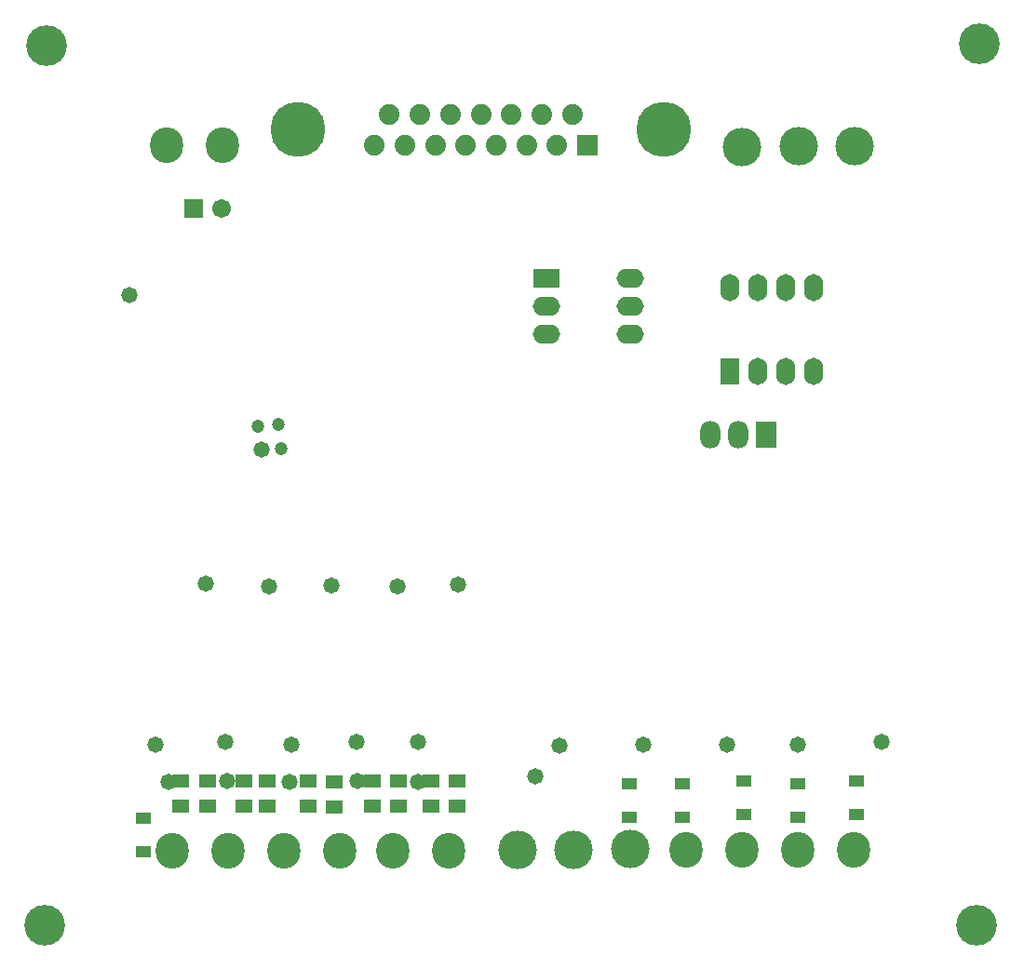
<source format=gbs>
G04*
G04 #@! TF.GenerationSoftware,Altium Limited,Altium Designer,20.1.12 (249)*
G04*
G04 Layer_Color=16711935*
%FSTAX24Y24*%
%MOIN*%
G70*
G04*
G04 #@! TF.SameCoordinates,16AA3A95-E13F-4B7F-BF52-5902ACF92DE2*
G04*
G04*
G04 #@! TF.FilePolarity,Negative*
G04*
G01*
G75*
%ADD35R,0.0630X0.0474*%
%ADD45R,0.0552X0.0434*%
%ADD46R,0.0552X0.0434*%
%ADD49C,0.1970*%
%ADD50C,0.0745*%
%ADD51R,0.0745X0.0745*%
%ADD52O,0.1180X0.1280*%
%ADD53C,0.1380*%
%ADD54O,0.0730X0.0980*%
%ADD55R,0.0730X0.0980*%
%ADD56R,0.0680X0.0980*%
%ADD57O,0.0680X0.0980*%
%ADD58O,0.0980X0.0680*%
%ADD59R,0.0980X0.0680*%
%ADD60C,0.0671*%
%ADD61R,0.0671X0.0671*%
%ADD62C,0.1458*%
%ADD63C,0.0580*%
%ADD64C,0.0474*%
D35*
X0296Y02265D02*
D03*
Y02355D02*
D03*
X02865Y02265D02*
D03*
Y02355D02*
D03*
X0275Y02265D02*
D03*
Y02355D02*
D03*
X02655Y02265D02*
D03*
Y02355D02*
D03*
X02425Y02265D02*
D03*
Y02355D02*
D03*
X0252Y0226D02*
D03*
Y0235D02*
D03*
X02195Y02265D02*
D03*
Y02355D02*
D03*
X0228Y02265D02*
D03*
Y02355D02*
D03*
X02065Y02265D02*
D03*
Y02355D02*
D03*
X0197Y02265D02*
D03*
Y02355D02*
D03*
D45*
X0418Y02345D02*
D03*
X03985Y02355D02*
D03*
X03575Y02345D02*
D03*
X03765D02*
D03*
X01835Y0222D02*
D03*
X0439Y02355D02*
D03*
D46*
X0418Y02225D02*
D03*
X03985Y02235D02*
D03*
X03575Y02225D02*
D03*
X03765D02*
D03*
X01835Y021D02*
D03*
X0439Y02235D02*
D03*
D49*
X037009Y04686D02*
D03*
X023891D02*
D03*
D50*
X033722Y047419D02*
D03*
X033176Y046301D02*
D03*
X032631Y047419D02*
D03*
X032086Y046301D02*
D03*
X031541Y047419D02*
D03*
X030995Y046301D02*
D03*
X03045Y047419D02*
D03*
X029905Y046301D02*
D03*
X029359Y047419D02*
D03*
X028814Y046301D02*
D03*
X028269Y047419D02*
D03*
X027724Y046301D02*
D03*
X027178Y047419D02*
D03*
X026638Y046299D02*
D03*
D51*
X034267Y046301D02*
D03*
D52*
X029299Y02105D02*
D03*
X019399D02*
D03*
X025403Y021054D02*
D03*
X0234Y021051D02*
D03*
X021399Y02105D02*
D03*
X027293Y021054D02*
D03*
X0192Y0463D02*
D03*
X0212D02*
D03*
X0378Y021077D02*
D03*
X043804Y021081D02*
D03*
X041801Y021078D02*
D03*
X0398Y021077D02*
D03*
D53*
X041826Y046276D02*
D03*
X043826D02*
D03*
X0398Y04625D02*
D03*
X033774Y021074D02*
D03*
X031774D02*
D03*
X0358Y0211D02*
D03*
D54*
X03865Y03595D02*
D03*
X03965D02*
D03*
D55*
X04065D02*
D03*
D56*
X03935Y0382D02*
D03*
D57*
X04035D02*
D03*
X04135D02*
D03*
X04235D02*
D03*
X03935Y0412D02*
D03*
X04035D02*
D03*
X04135D02*
D03*
X04235D02*
D03*
D58*
X0358Y04055D02*
D03*
Y04155D02*
D03*
Y03955D02*
D03*
X0328D02*
D03*
Y04055D02*
D03*
D59*
Y04155D02*
D03*
D60*
X02115Y04405D02*
D03*
D61*
X02015D02*
D03*
D62*
X014881Y04986D02*
D03*
X014831Y01836D02*
D03*
X048181D02*
D03*
X0483Y04995D02*
D03*
D63*
X01785Y04095D02*
D03*
X0226Y0354D02*
D03*
X01925Y0235D02*
D03*
X02602Y02353D02*
D03*
X0282Y02495D02*
D03*
X02365Y02485D02*
D03*
X0213Y02495D02*
D03*
X0236Y0235D02*
D03*
X02819D02*
D03*
X02135Y02355D02*
D03*
X026Y02495D02*
D03*
X0188Y02485D02*
D03*
X03625D02*
D03*
X03325Y0248D02*
D03*
X0418Y02485D02*
D03*
X03925D02*
D03*
X0448Y02495D02*
D03*
X0324Y0237D02*
D03*
X02745Y0305D02*
D03*
X0206Y0306D02*
D03*
X02285Y0305D02*
D03*
X0251Y03055D02*
D03*
X029621Y030579D02*
D03*
D64*
X02245Y03625D02*
D03*
X0233Y03545D02*
D03*
X0232Y0363D02*
D03*
M02*

</source>
